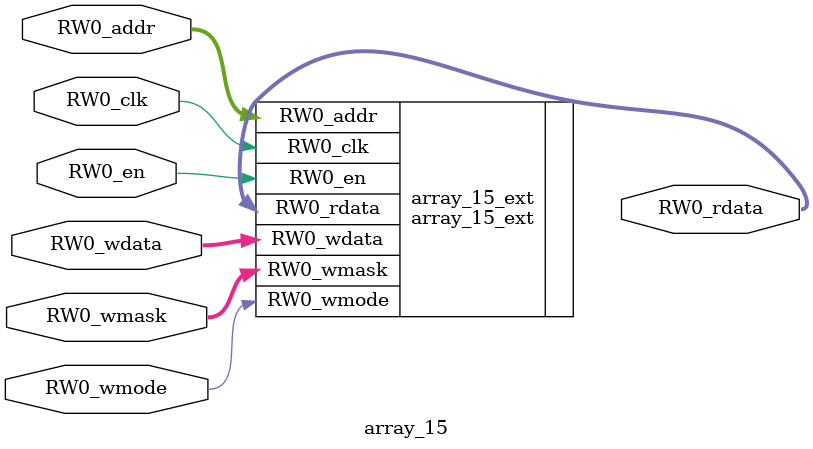
<source format=sv>
`ifndef RANDOMIZE
  `ifdef RANDOMIZE_MEM_INIT
    `define RANDOMIZE
  `endif // RANDOMIZE_MEM_INIT
`endif // not def RANDOMIZE
`ifndef RANDOMIZE
  `ifdef RANDOMIZE_REG_INIT
    `define RANDOMIZE
  `endif // RANDOMIZE_REG_INIT
`endif // not def RANDOMIZE

`ifndef RANDOM
  `define RANDOM $random
`endif // not def RANDOM

// Users can define INIT_RANDOM as general code that gets injected into the
// initializer block for modules with registers.
`ifndef INIT_RANDOM
  `define INIT_RANDOM
`endif // not def INIT_RANDOM

// If using random initialization, you can also define RANDOMIZE_DELAY to
// customize the delay used, otherwise 0.002 is used.
`ifndef RANDOMIZE_DELAY
  `define RANDOMIZE_DELAY 0.002
`endif // not def RANDOMIZE_DELAY

// Define INIT_RANDOM_PROLOG_ for use in our modules below.
`ifndef INIT_RANDOM_PROLOG_
  `ifdef RANDOMIZE
    `ifdef VERILATOR
      `define INIT_RANDOM_PROLOG_ `INIT_RANDOM
    `else  // VERILATOR
      `define INIT_RANDOM_PROLOG_ `INIT_RANDOM #`RANDOMIZE_DELAY begin end
    `endif // VERILATOR
  `else  // RANDOMIZE
    `define INIT_RANDOM_PROLOG_
  `endif // RANDOMIZE
`endif // not def INIT_RANDOM_PROLOG_

// Include register initializers in init blocks unless synthesis is set
`ifndef SYNTHESIS
  `ifndef ENABLE_INITIAL_REG_
    `define ENABLE_INITIAL_REG_
  `endif // not def ENABLE_INITIAL_REG_
`endif // not def SYNTHESIS

// Include rmemory initializers in init blocks unless synthesis is set
`ifndef SYNTHESIS
  `ifndef ENABLE_INITIAL_MEM_
    `define ENABLE_INITIAL_MEM_
  `endif // not def ENABLE_INITIAL_MEM_
`endif // not def SYNTHESIS

module array_15(
  input  [8:0]  RW0_addr,
  input         RW0_en,
  input         RW0_clk,
  input         RW0_wmode,
  input  [75:0] RW0_wdata,
  output [75:0] RW0_rdata,
  input  [3:0]  RW0_wmask
);

  array_15_ext array_15_ext (
    .RW0_addr  (RW0_addr),
    .RW0_en    (RW0_en),
    .RW0_clk   (RW0_clk),
    .RW0_wmode (RW0_wmode),
    .RW0_wdata (RW0_wdata),
    .RW0_rdata (RW0_rdata),
    .RW0_wmask (RW0_wmask)
  );
endmodule


</source>
